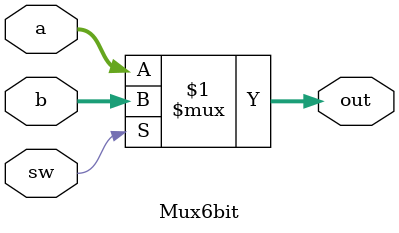
<source format=v>
`timescale 1ns / 1ps
module Mux6bit(
    input [5:0]a,
    input [5:0]b,
    input sw,
    output [5:0]out
    );

assign out=sw?b:a;		//1:b   0:a
endmodule
</source>
